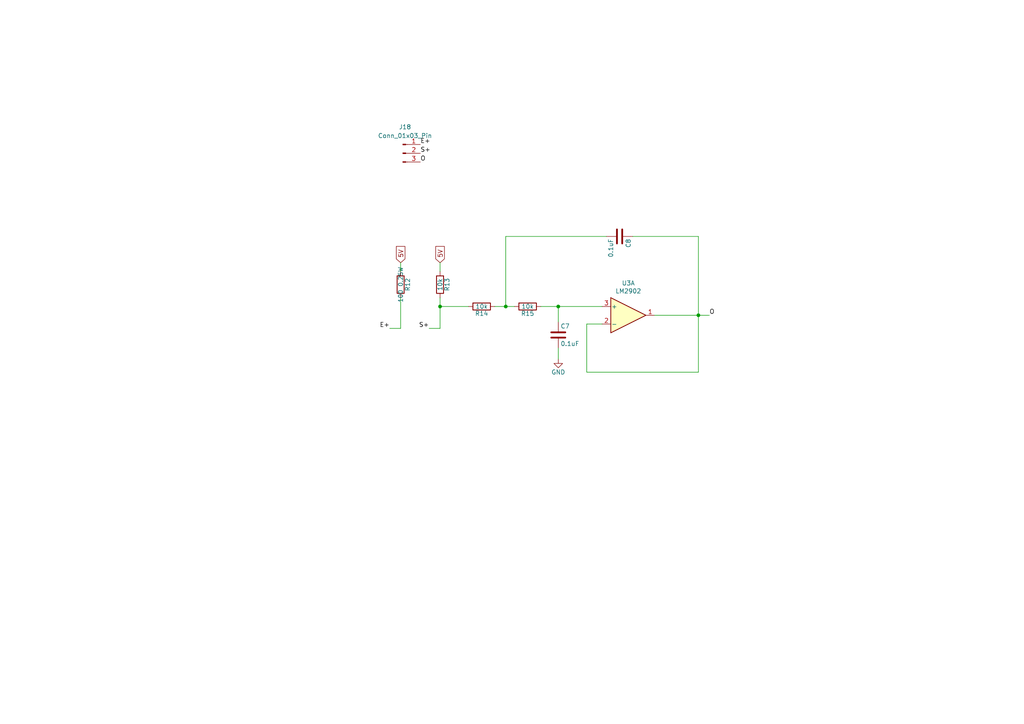
<source format=kicad_sch>
(kicad_sch (version 20231120) (generator "eeschema") (generator_version "8.0")
  (paper "A4")
  (lib_symbols
    (symbol "Amplifier_Operational:LM2902" (pin_names (offset 0.127))
      (property "Reference" "U" (at 0 5.08 0))
      (property "Value" "LM2902" (at 0 -5.08 0))
      (symbol "LM2902_1_1"
        (polyline (pts (xy -5.08 5.08) (xy 5.08 0) (xy -5.08 -5.08) (xy -5.08 5.08)) (stroke (width 0.254)) (fill (type background)))
        (pin output line (at 7.62 0 180) (length 2.54) (name "~") (number "1"))
        (pin input line (at -7.62 -2.54 0) (length 2.54) (name "-") (number "2"))
        (pin input line (at -7.62 2.54 0) (length 2.54) (name "+") (number "3"))
      )
      (symbol "LM2902_2_1"
        (polyline (pts (xy -5.08 5.08) (xy 5.08 0) (xy -5.08 -5.08) (xy -5.08 5.08)) (stroke (width 0.254)) (fill (type background)))
        (pin input line (at -7.62 2.54 0) (length 2.54) (name "+") (number "5"))
        (pin input line (at -7.62 -2.54 0) (length 2.54) (name "-") (number "6"))
        (pin output line (at 7.62 0 180) (length 2.54) (name "~") (number "7"))
      )
      (symbol "LM2902_3_1"
        (polyline (pts (xy -5.08 5.08) (xy 5.08 0) (xy -5.08 -5.08) (xy -5.08 5.08)) (stroke (width 0.254)) (fill (type background)))
        (pin input line (at -7.62 2.54 0) (length 2.54) (name "+") (number "10"))
        (pin output line (at 7.62 0 180) (length 2.54) (name "~") (number "8"))
        (pin input line (at -7.62 -2.54 0) (length 2.54) (name "-") (number "9"))
      )
      (symbol "LM2902_4_1"
        (polyline (pts (xy -5.08 5.08) (xy 5.08 0) (xy -5.08 -5.08) (xy -5.08 5.08)) (stroke (width 0.254)) (fill (type background)))
        (pin input line (at -7.62 2.54 0) (length 2.54) (name "+") (number "12"))
        (pin input line (at -7.62 -2.54 0) (length 2.54) (name "-") (number "13"))
        (pin output line (at 7.62 0 180) (length 2.54) (name "~") (number "14"))
      )
      (symbol "LM2902_5_1"
        (pin power_in line (at -2.54 -7.62 90) (length 3.81) (name "V-") (number "11"))
        (pin power_in line (at -2.54 7.62 270) (length 3.81) (name "V+") (number "4"))
      )
    )
    (symbol "Connector:Conn_01x03_Pin" (pin_names (offset 1.016) hide)
      (property "Reference" "J" (at 0 5.08 0))
      (property "Value" "Conn_01x03_Pin" (at 0 -5.08 0))
      (symbol "Conn_01x03_Pin_1_1"
        (polyline (pts (xy 1.27 -2.54) (xy 0.8636 -2.54)) (stroke (width 0.1524)))
        (polyline (pts (xy 1.27 0) (xy 0.8636 0)) (stroke (width 0.1524)))
        (polyline (pts (xy 1.27 2.54) (xy 0.8636 2.54)) (stroke (width 0.1524)))
        (rectangle (start 0.8636 -2.413) (end 0 -2.667) (stroke (width 0.1524)) (fill (type outline)))
        (rectangle (start 0.8636 0.127) (end 0 -0.127) (stroke (width 0.1524)) (fill (type outline)))
        (rectangle (start 0.8636 2.667) (end 0 2.413) (stroke (width 0.1524)) (fill (type outline)))
        (pin passive line (at 5.08 2.54 180) (length 3.81) (name "Pin_1") (number "1"))
        (pin passive line (at 5.08 0 180) (length 3.81) (name "Pin_2") (number "2"))
        (pin passive line (at 5.08 -2.54 180) (length 3.81) (name "Pin_3") (number "3"))
      )
    )
    (symbol "Device:C" (pin_numbers hide) (pin_names (offset 0.254))
      (property "Reference" "C" (at 0.635 2.54 0))
      (property "Value" "C" (at 0.635 -2.54 0))
      (symbol "C_0_1"
        (polyline (pts (xy -2.032 -0.762) (xy 2.032 -0.762)) (stroke (width 0.508)))
        (polyline (pts (xy -2.032 0.762) (xy 2.032 0.762)) (stroke (width 0.508)))
      )
      (symbol "C_1_1"
        (pin passive line (at 0 3.81 270) (length 2.794) (name "~") (number "1"))
        (pin passive line (at 0 -3.81 90) (length 2.794) (name "~") (number "2"))
      )
    )
    (symbol "Device:R" (pin_numbers hide) (pin_names (offset 0))
      (property "Reference" "R" (at 2.032 0 90))
      (property "Value" "R" (at 0 0 90))
      (symbol "R_0_1"
        (rectangle (start -1.016 -2.54) (end 1.016 2.54) (stroke (width 0.254)))
      )
      (symbol "R_1_1"
        (pin passive line (at 0 3.81 270) (length 1.27) (name "~") (number "1"))
        (pin passive line (at 0 -3.81 90) (length 1.27) (name "~") (number "2"))
      )
    )
    (symbol "power:GND" (power) (pin_names (offset 0))
      (property "Value" "GND" (at 0 -3.81 0))
      (symbol "GND_0_1"
        (polyline (pts (xy 0 0) (xy 0 -1.27) (xy 1.27 -1.27) (xy 0 -2.54) (xy -1.27 -1.27) (xy 0 -1.27)))
      )
      (symbol "GND_1_1"
        (pin power_in line (at 0 0 270) (length 0) hide (name "GND") (number "1"))
      )
    )
  )
  (junction (at 202.565 91.44))
  (junction (at 146.685 88.9))
  (junction (at 127.635 88.9))
  (junction (at 161.925 88.9))
  (wire (pts (xy 189.865 91.44) (xy 202.565 91.44)))
  (wire (pts (xy 202.565 68.58) (xy 202.565 91.44)))
  (wire (pts (xy 135.89 88.9) (xy 127.635 88.9)))
  (wire (pts (xy 127.635 78.74) (xy 127.635 76.2)))
  (wire (pts (xy 202.565 91.44) (xy 205.74 91.44)))
  (wire (pts (xy 127.635 86.36) (xy 127.635 88.9)))
  (wire (pts (xy 143.51 88.9) (xy 146.685 88.9)))
  (wire (pts (xy 170.18 93.98) (xy 170.18 107.95)))
  (wire (pts (xy 161.925 100.965) (xy 161.925 104.14)))
  (wire (pts (xy 116.205 95.25) (xy 116.205 86.36)))
  (wire (pts (xy 170.18 107.95) (xy 202.565 107.95)))
  (wire (pts (xy 146.685 68.58) (xy 175.895 68.58)))
  (wire (pts (xy 127.635 88.9) (xy 127.635 95.25)))
  (wire (pts (xy 174.625 93.98) (xy 170.18 93.98)))
  (wire (pts (xy 116.205 95.25) (xy 113.03 95.25)))
  (wire (pts (xy 161.925 93.345) (xy 161.925 88.9)))
  (wire (pts (xy 116.205 78.74) (xy 116.205 76.2)))
  (wire (pts (xy 146.685 88.9) (xy 146.685 68.58)))
  (wire (pts (xy 161.925 88.9) (xy 174.625 88.9)))
  (wire (pts (xy 127.635 95.25) (xy 124.46 95.25)))
  (wire (pts (xy 202.565 91.44) (xy 202.565 107.95)))
  (wire (pts (xy 202.565 68.58) (xy 183.515 68.58)))
  (wire (pts (xy 149.225 88.9) (xy 146.685 88.9)))
  (wire (pts (xy 156.845 88.9) (xy 161.925 88.9)))
  (label "O" (at 205.74 91.44 0))
  (label "O" (at 121.92 46.99 0))
  (label "E+" (at 113.03 95.25 180))
  (label "E+" (at 121.92 41.91 0))
  (label "S+" (at 124.46 95.25 180))
  (label "S+" (at 121.92 44.45 0))
  (global_label "5V" (shape input) (at 127.635 76.2 90) (property "Intersheetrefs" "${INTERSHEET_REFS}" (effects (hide yes))))
  (global_label "5V" (shape input) (at 116.205 76.2 90) (property "Intersheetrefs" "${INTERSHEET_REFS}" (effects (hide yes))))
  (symbol (lib_id "Connector:Conn_01x03_Pin") (at 116.84 44.45 0) (unit 1)
    (property "Reference" "J18" (at 117.475 36.83 0))
    (property "Value" "Conn_01x03_Pin" (at 117.475 39.37 0))
    (property "Footprint" "Connector_PinHeader_2.54mm:PinHeader_1x03_P2.54mm_Vertical" (effects (hide yes)))
    (property "Description" "Generic connector, single row, 01x03, script generated" (effects (hide yes)))
    (instances (project "behavior_panel" (path "" (reference "J18") (unit 1)) (path "" (reference "J23") (unit 1)) (path "" (reference "J24") (unit 1)) (path "" (reference "J21") (unit 1))))
  )
  (symbol (lib_id "Device:C") (at 179.705 68.58 270) (unit 1)
    (property "Reference" "C8" (at 182.245 69.215 0) (effects (justify left)))
    (property "Value" "0.1uF" (at 177.165 69.215 0) (effects (justify left)))
    (property "Footprint" "Capacitor_THT:C_Rect_L4.0mm_W2.5mm_P2.50mm" (effects (hide yes)))
    (property "MPN" "MF-CAP-0603-0.1uF" (effects (hide yes)))
    (property "POPULATE" "1" (effects (hide yes)))
    (instances (project "behavior_panel" (path "" (reference "C8") (unit 1)) (path "" (reference "C12") (unit 1)) (path "" (reference "C14") (unit 1)) (path "" (reference "C10") (unit 1))))
  )
  (symbol (lib_id "power:GND") (at 161.925 104.14 0) (unit 1)
    (property "Reference" "#PWR022" (effects (hide yes)))
    (property "Value" "GND" (at 161.925 107.95 0))
    (instances (project "behavior_panel" (path "" (reference "#PWR022") (unit 1)) (path "" (reference "#PWR027") (unit 1)) (path "" (reference "#PWR028") (unit 1)) (path "" (reference "#PWR025") (unit 1))))
  )
  (symbol (lib_id "Device:R") (at 153.035 88.9 270) (unit 1)
    (property "Reference" "R15" (at 153.035 90.932 90))
    (property "Value" "10k" (at 153.035 88.9 90))
    (property "Footprint" "Resistor_THT:R_Axial_DIN0207_L6.3mm_D2.5mm_P7.62mm_Horizontal" (effects (hide yes)))
    (property "MPN" "MF-RES-0402-10k" (effects (hide yes)))
    (property "POPULATE" "1" (effects (hide yes)))
    (instances (project "behavior_panel" (path "" (reference "R15") (unit 1)) (path "" (reference "R44") (unit 1)) (path "" (reference "R48") (unit 1)) (path "" (reference "R33") (unit 1))))
  )
  (symbol (lib_id "Device:C") (at 161.925 97.155 0) (unit 1)
    (property "Reference" "C7" (at 162.56 94.615 0) (effects (justify left)))
    (property "Value" "0.1uF" (at 162.56 99.695 0) (effects (justify left)))
    (property "Footprint" "Capacitor_THT:C_Rect_L4.0mm_W2.5mm_P2.50mm" (effects (hide yes)))
    (property "MPN" "MF-CAP-0603-0.1uF" (effects (hide yes)))
    (property "POPULATE" "1" (effects (hide yes)))
    (instances (project "behavior_panel" (path "" (reference "C7") (unit 1)) (path "" (reference "C11") (unit 1)) (path "" (reference "C13") (unit 1)) (path "" (reference "C9") (unit 1))))
  )
  (symbol (lib_id "Device:R") (at 127.635 82.55 0) (unit 1)
    (property "Reference" "R13" (at 129.667 82.55 90))
    (property "Value" "10k" (at 127.635 82.55 90))
    (property "Footprint" "Resistor_THT:R_Axial_DIN0207_L6.3mm_D2.5mm_P7.62mm_Horizontal" (effects (hide yes)))
    (property "MPN" "MF-RES-0402-10k" (effects (hide yes)))
    (property "POPULATE" "1" (effects (hide yes)))
    (instances (project "behavior_panel" (path "" (reference "R13") (unit 1)) (path "" (reference "R42") (unit 1)) (path "" (reference "R46") (unit 1)) (path "" (reference "R31") (unit 1))))
  )
  (symbol (lib_id "Device:R") (at 139.7 88.9 270) (unit 1)
    (property "Reference" "R14" (at 139.7 90.932 90))
    (property "Value" "10k" (at 139.7 88.9 90))
    (property "Footprint" "Resistor_THT:R_Axial_DIN0207_L6.3mm_D2.5mm_P7.62mm_Horizontal" (effects (hide yes)))
    (property "MPN" "MF-RES-0402-10k" (effects (hide yes)))
    (property "POPULATE" "1" (effects (hide yes)))
    (instances (project "behavior_panel" (path "" (reference "R14") (unit 1)) (path "" (reference "R43") (unit 1)) (path "" (reference "R47") (unit 1)) (path "" (reference "R32") (unit 1))))
  )
  (symbol (lib_id "Device:R") (at 116.205 82.55 0) (unit 1)
    (property "Reference" "R12" (at 118.237 82.55 90))
    (property "Value" "100 0.25W" (at 116.205 82.55 90))
    (property "Footprint" "Resistor_THT:R_Axial_DIN0207_L6.3mm_D2.5mm_P7.62mm_Horizontal" (effects (hide yes)))
    (property "MPN" "Panasonic ERJ-P08J101V" (effects (hide yes)))
    (property "POPULATE" "1" (effects (hide yes)))
    (instances (project "behavior_panel" (path "" (reference "R12") (unit 1)) (path "" (reference "R41") (unit 1)) (path "" (reference "R45") (unit 1)) (path "" (reference "R30") (unit 1))))
  )
  (symbol (lib_id "Amplifier_Operational:LM2902") (at 182.245 91.44 0) (unit 1)
    (property "Reference" "U3" (at 182.245 82.1182 0))
    (property "Value" "LM2902" (at 182.245 84.4296 0))
    (property "Footprint" "Package_DIP:DIP-14_W7.62mm_LongPads" (effects (hide yes)))
    (property "Datasheet" "http://www.ti.com/lit/ds/symlink/lm2902-n.pdf" (effects (hide yes)))
    (property "MPN" "TLV2774CPWR" (effects (hide yes)))
    (property "POPULATE" "1" (effects (hide yes)))
    (instances (project "behavior_panel" (path "" (reference "U3") (unit 1)) (path "" (reference "U3") (unit 3)) (path "" (reference "U3") (unit 4)) (path "" (reference "U3") (unit 2))))
  )
)
</source>
